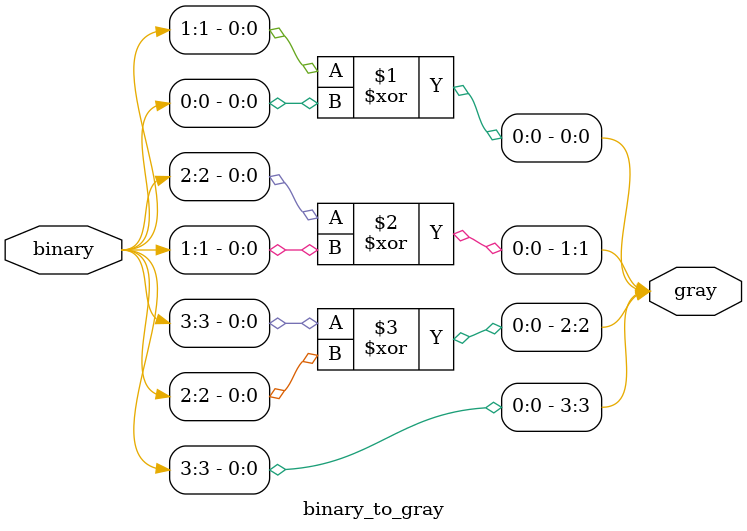
<source format=v>
module binary_to_gray #(parameter WIDTH = 4) (
    input [WIDTH-1:0] binary,  
    output [WIDTH-1:0] gray    
);
genvar i;
generate
    for (i = 0; i < WIDTH; i = i + 1) begin : gen_gray
        if (i == WIDTH-1) begin
            assign gray[i] = binary[i];  
        end else begin
            assign gray[i] = binary[i+1] ^ binary[i];  
        end
    end
endgenerate

endmodule

</source>
